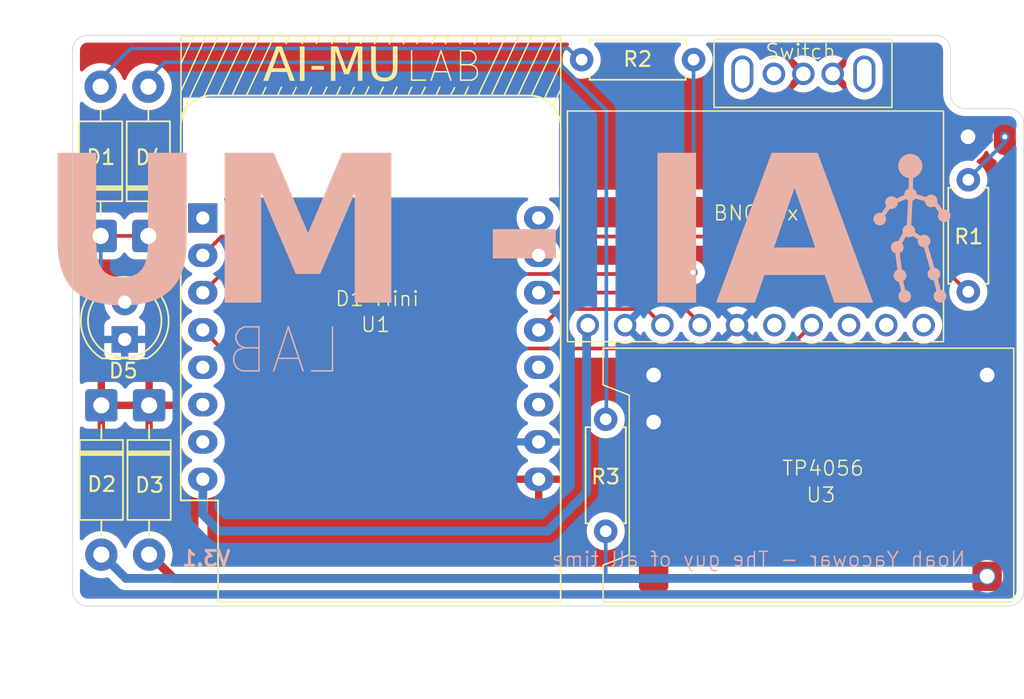
<source format=kicad_pcb>
(kicad_pcb (version 20241229) (generator "pcbnew") (generator_version "9.0")
  (layers (0 "F.Cu" signal) (2 "B.Cu" signal) (13 "F.Paste" user) (15 "B.Paste" user) (5 "F.SilkS" user "F.Silkscreen") (7 "B.SilkS" user "B.Silkscreen") (1 "F.Mask" user) (3 "B.Mask" user) (25 "Edge.Cuts" user))
  (net 0 "")
  (net 1 "GND")
  (net 3 "/INT")
  (net 5 "/SCL")
  (net 8 "Net-(U1-A0)")
  (net 9 "Net-(D1-A)")
  (net 12 "/SDA")
  (net 14 "/IN+")
  (net 15 "+5V")
  (net 16 "/OUT+")
  (net 17 "/GP_LED")
  (net 18 "/B+")
  (net 19 "/5V_SW")
  (net 20 "+3.3V")
  (net 25 "/PWR_LED")
  (net 26 "Net-(U1-D0)")
  (footprint "Diode_THT:D_DO-41_SOD81_P10.16mm_Horizontal" (layer "F.Cu") (at 128.25 109.32 -90)
    (property "Reference" "D3" (at 5.43 -0.03 180) (layer "F.SilkS"))
    (property "Value" "1N5817")
    (fp_line (start 1.34 0) (end 2.36 0) (stroke (width 0.12)) (layer "F.SilkS"))
    (fp_line (start 8.82 0) (end 7.8 0) (stroke (width 0.12)) (layer "F.SilkS"))
    (fp_line (start 3.14 -1.47) (end 3.14 1.47) (stroke (width 0.12)) (layer "F.SilkS"))
    (fp_line (start 3.26 -1.47) (end 3.26 1.47) (stroke (width 0.12)) (layer "F.SilkS"))
    (fp_line (start 3.38 -1.47) (end 3.38 1.47) (stroke (width 0.12)) (layer "F.SilkS"))
    (fp_rect (start 2.36 -1.47) (end 7.8 1.47) (stroke (width 0.12)) (fill no) (layer "F.SilkS"))
    (pad "1" thru_hole roundrect (at 0 0 270) (size 2.2 2.2) (drill 1.1) (layers "*.Cu" "*.Mask") (roundrect_rratio 0.113636) (net 15 "+5V"))
    (pad "2" thru_hole circle (at 10.16 0 270) (size 2.2 2.2) (drill 1.1) (layers "*.Cu" "*.Mask") (net 16 "/OUT+"))
  )
  (footprint "Resistor_THT:R_Axial_DIN0207_L6.3mm_D2.5mm_P7.62mm_Horizontal" (layer "F.Cu") (at 165.31 85.79 180)
    (property "Reference" "R2" (at 3.81 0.03 0) (layer "F.SilkS"))
    (property "Value" "200R")
    (fp_line (start 7.08 1.37) (end 7.08 1.04) (stroke (width 0.12)) (layer "F.SilkS"))
    (fp_line (start 7.08 -1.37) (end 7.08 -1.04) (stroke (width 0.12)) (layer "F.SilkS"))
    (fp_line (start 0.54 1.37) (end 7.08 1.37) (stroke (width 0.12)) (layer "F.SilkS"))
    (fp_line (start 0.54 1.04) (end 0.54 1.37) (stroke (width 0.12)) (layer "F.SilkS"))
    (fp_line (start 0.54 -1.04) (end 0.54 -1.37) (stroke (width 0.12)) (layer "F.SilkS"))
    (fp_line (start 0.54 -1.37) (end 7.08 -1.37) (stroke (width 0.12)) (layer "F.SilkS"))
    (pad "1" thru_hole circle (at 0 0 180) (size 1.6 1.6) (drill 0.8) (layers "*.Cu" "*.Mask") (net 26 "Net-(U1-D0)"))
    (pad "2" thru_hole circle (at 7.62 0 180) (size 1.6 1.6) (drill 0.8) (layers "*.Cu" "*.Mask") (net 9 "Net-(D1-A)"))
  )
  (footprint "Custom_Footprint_Library:TP4056_Board" (layer "F.Cu") (at 166.77 129.08)
    (property "Reference" "U3" (at 7.205 -13.655 0) (layer "F.SilkS") (effects (font (thickness 0.1))))
    (property "Value" "~" (hide yes))
    (fp_line (start -7.62 -23.65) (end -7.62 -21.15) (stroke (width 0.1)) (layer "F.SilkS"))
    (fp_line (start -7.62 -23.65) (end 20.33 -23.65) (stroke (width 0.1)) (layer "F.SilkS"))
    (fp_line (start -7.62 -21.15) (end -5.84 -20.45) (stroke (width 0.1)) (layer "F.SilkS"))
    (fp_line (start -7.62 -8.88) (end -7.62 -6.38) (stroke (width 0.1)) (layer "F.SilkS"))
    (fp_line (start -7.62 -6.38) (end 20.33 -6.38) (stroke (width 0.1)) (layer "F.SilkS"))
    (fp_line (start -5.84 -20.45) (end -5.84 -9.58) (stroke (width 0.1)) (layer "F.SilkS"))
    (fp_line (start -5.84 -9.58) (end -7.62 -8.88) (stroke (width 0.1)) (layer "F.SilkS"))
    (fp_line (start 20.33 -23.65) (end 20.33 -6.38) (stroke (width 0.1)) (layer "F.SilkS"))
    (fp_text user "TP4056" (at 4.5 -14.89 0) (layer "F.SilkS") (effects (font (thickness 0.1)) (justify left bottom)))
    (pad "1" smd roundrect (at -4.18 -8.12) (size 2 2) (layers "F.Cu" "F.Mask" "F.Paste") (roundrect_rratio 0.15) (net 16 "/OUT+"))
    (pad "2" smd roundrect (at -4.18 -11.32) (size 2 2) (layers "F.Cu" "F.Mask" "F.Paste") (roundrect_rratio 0.15) (net 18 "/B+"))
    (pad "3" smd roundrect (at -4.18 -18.62) (size 2 2) (layers "F.Cu" "F.Mask" "F.Paste") (roundrect_rratio 0.15) (net 1 "GND"))
    (pad "4" smd roundrect (at -4.18 -21.82) (size 2 2) (layers "F.Cu" "F.Mask" "F.Paste") (roundrect_rratio 0.15) (net 1 "GND"))
    (pad "5" smd roundrect (at 18.52 -8.12) (size 2 2) (layers "F.Cu" "F.Mask" "F.Paste") (roundrect_rratio 0.15) (net 14 "/IN+"))
    (pad "6" smd roundrect (at 18.52 -21.82) (size 2 2) (layers "F.Cu" "F.Mask" "F.Paste") (roundrect_rratio 0.15) (net 1 "GND"))
  )
  (footprint "RF_Module:WEMOS_D1_mini_light" (layer "F.Cu") (at 131.905 96.57)
    (property "Reference" "U1" (hide yes))
    (property "Value" "WEMOS_D1_mini" (hide yes))
    (fp_line (start -1.5 19.22) (end -1.5 -6.21) (stroke (width 0.12)) (layer "F.SilkS"))
    (fp_line (start -1.5 19.22) (end 1.04 19.22) (stroke (width 0.12)) (layer "F.SilkS"))
    (fp_line (start 1.04 19.22) (end 1.04 26.12) (stroke (width 0.12)) (layer "F.SilkS"))
    (fp_line (start 1.04 26.12) (end 24.36 26.12) (stroke (width 0.12)) (layer "F.SilkS"))
    (fp_line (start 22.24 -8.34) (end 0.63 -8.34) (stroke (width 0.12)) (layer "F.SilkS"))
    (fp_line (start 24.36 26.12) (end 24.36 -6.21) (stroke (width 0.12)) (layer "F.SilkS"))
    (fp_arc (start -1.5 -6.21) (mid -0.876137 -7.716137) (end 0.63 -8.34) (stroke (width 0.12)) (layer "F.SilkS"))
    (fp_arc (start 22.23 -8.34) (mid 23.736137 -7.716137) (end 24.36 -6.21) (stroke (width 0.12)) (layer "F.SilkS"))
    (fp_poly (pts (xy -2.54 -0.635) (xy -2.54 0.635) (xy -1.905 0)) (stroke (width 0.15)) (fill yes) (layer "F.SilkS"))
    (pad "1" thru_hole rect (at 0 0) (size 2 2) (drill 0.9) (layers "*.Cu" "*.Mask"))
    (pad "2" thru_hole oval (at 0 2.54) (size 2 1.6) (drill 0.9) (layers "*.Cu" "*.Mask") (net 8 "Net-(U1-A0)"))
    (pad "3" thru_hole oval (at 0 5.08) (size 2 1.6) (drill 0.9) (layers "*.Cu" "*.Mask") (net 26 "Net-(U1-D0)"))
    (pad "4" thru_hole oval (at 0 7.62) (size 2 1.6) (drill 0.9) (layers "*.Cu" "*.Mask") (net 3 "/INT"))
    (pad "5" thru_hole oval (at 0 10.16) (size 2 1.6) (drill 0.9) (layers "*.Cu" "*.Mask"))
    (pad "6" thru_hole oval (at 0 12.7) (size 2 1.6) (drill 0.9) (layers "*.Cu" "*.Mask"))
    (pad "7" thru_hole oval (at 0 15.24) (size 2 1.6) (drill 0.9) (layers "*.Cu" "*.Mask"))
    (pad "8" thru_hole oval (at 0 17.78) (size 2 1.6) (drill 0.9) (layers "*.Cu" "*.Mask") (net 20 "+3.3V"))
    (pad "9" thru_hole oval (at 22.86 17.78) (size 2 1.6) (drill 0.9) (layers "*.Cu" "*.Mask") (net 19 "/5V_SW"))
    (pad "10" thru_hole oval (at 22.86 15.24) (size 2 1.6) (drill 0.9) (layers "*.Cu" "*.Mask") (net 1 "GND"))
    (pad "11" thru_hole oval (at 22.86 12.7) (size 2 1.6) (drill 0.9) (layers "*.Cu" "*.Mask"))
    (pad "12" thru_hole oval (at 22.86 10.16) (size 2 1.6) (drill 0.9) (layers "*.Cu" "*.Mask"))
    (pad "13" thru_hole oval (at 22.86 7.62) (size 2 1.6) (drill 0.9) (layers "*.Cu" "*.Mask") (net 5 "/SCL"))
    (pad "14" thru_hole oval (at 22.86 5.08) (size 2 1.6) (drill 0.9) (layers "*.Cu" "*.Mask") (net 12 "/SDA"))
    (pad "15" thru_hole oval (at 22.86 2.54) (size 2 1.6) (drill 0.9) (layers "*.Cu" "*.Mask"))
    (pad "16" thru_hole oval (at 22.86 0) (size 2 1.6) (drill 0.9) (layers "*.Cu" "*.Mask"))
    (zone (net 0) (net_name "") (layers "F.Cu" "B.Cu" "Dwgs.User") (name "No Copper") (connect_pads (clearance 0)) (min_thickness 0.25)
      (keepout (tracks not_allowed) (vias not_allowed) (pads not_allowed) (copperpour not_allowed) (footprints not_allowed))
      (fill (thermal_gap 0.5) (thermal_bridge_width 0.5))
      (polygon (pts (xy 130.555 88.37) (xy 156.155 88.37) (xy 156.155 95.17) (xy 130.555 95.17)))
    )
  )
  (footprint "Custom_Footprint_Library:BNO08x_Board" (layer "F.Cu") (at 158.11 103.86 90)
    (property "Reference" "U2" (at 5.63 11.56 0) (layer "F.SilkS") (effects (font (thickness 0.1))))
    (property "Value" "~")
    (fp_rect (start -1.13 -1.39) (end 14.57 24.21) (stroke (width 0.1)) (fill no) (layer "F.SilkS"))
    (fp_text user "BNO08x" (at 7.04 8.48 0) (layer "F.SilkS") (effects (font (thickness 0.1)) (justify left bottom)))
    (pad "1" thru_hole circle (at 0 0 90) (size 1.53 1.53) (drill 1) (layers "*.Cu" "*.Mask") (net 20 "+3.3V"))
    (pad "2" thru_hole circle (at 0 2.54 90) (size 1.53 1.53) (drill 1) (layers "*.Cu" "*.Mask") (net 1 "GND"))
    (pad "3" thru_hole circle (at 0 5.08 90) (size 1.53 1.53) (drill 1) (layers "*.Cu" "*.Mask") (net 5 "/SCL"))
    (pad "4" thru_hole circle (at 0 7.62 90) (size 1.53 1.53) (drill 1) (layers "*.Cu" "*.Mask") (net 12 "/SDA"))
    (pad "5" thru_hole circle (at 0 10.16 90) (size 1.53 1.53) (drill 1) (layers "*.Cu" "*.Mask") (net 1 "GND"))
    (pad "6" thru_hole circle (at 0 12.7 90) (size 1.53 1.53) (drill 1) (layers "*.Cu" "*.Mask"))
    (pad "7" thru_hole circle (at 0 15.24 90) (size 1.53 1.53) (drill 1) (layers "*.Cu" "*.Mask") (net 3 "/INT"))
    (pad "8" thru_hole circle (at 0 17.78 90) (size 1.53 1.53) (drill 1) (layers "*.Cu" "*.Mask"))
    (pad "9" thru_hole circle (at 0 20.32 90) (size 1.53 1.53) (drill 1) (layers "*.Cu" "*.Mask"))
    (pad "10" thru_hole circle (at 0 22.86 90) (size 1.53 1.53) (drill 1) (layers "*.Cu" "*.Mask"))
  )
  (footprint "LED_THT:LED_D5.0mm_Clear" (layer "F.Cu") (at 126.59 104.835 90)
    (property "Reference" "D5" (at -2.135 -0.1 180) (layer "F.SilkS"))
    (property "Value" "LED")
    (fp_line (start -1.29 -1.545) (end -1.29 1.545) (stroke (width 0.12)) (layer "F.SilkS"))
    (fp_arc (start -1.29 -1.54483) (mid 2.071779 -2.880495) (end 4.26 0) (stroke (width 0.12)) (layer "F.SilkS"))
    (fp_arc (start 4.26 0) (mid 2.071779 2.880495) (end -1.29 1.54483) (stroke (width 0.12)) (layer "F.SilkS"))
    (fp_circle (center 1.27 0) (end 3.77 0) (stroke (width 0.12)) (fill no) (layer "F.SilkS"))
    (pad "1" thru_hole rect (at 0 0 90) (size 1.8 1.8) (drill 0.9) (layers "*.Cu" "*.Mask") (net 1 "GND"))
    (pad "2" thru_hole circle (at 2.54 0 90) (size 1.8 1.8) (drill 0.9) (layers "*.Cu" "*.Mask") (net 17 "/GP_LED"))
  )
  (footprint "Diode_THT:D_DO-41_SOD81_P10.16mm_Horizontal" (layer "F.Cu") (at 124.95 97.79 90)
    (property "Reference" "D1" (at 5.35 0.02 180) (layer "F.SilkS"))
    (property "Value" "1N5817")
    (fp_line (start 3.38 -1.47) (end 3.38 1.47) (stroke (width 0.12)) (layer "F.SilkS"))
    (fp_line (start 3.26 -1.47) (end 3.26 1.47) (stroke (width 0.12)) (layer "F.SilkS"))
    (fp_line (start 3.14 -1.47) (end 3.14 1.47) (stroke (width 0.12)) (layer "F.SilkS"))
    (fp_line (start 8.82 0) (end 7.8 0) (stroke (width 0.12)) (layer "F.SilkS"))
    (fp_line (start 1.34 0) (end 2.36 0) (stroke (width 0.12)) (layer "F.SilkS"))
    (fp_rect (start 2.36 -1.47) (end 7.8 1.47) (stroke (width 0.12)) (fill no) (layer "F.SilkS"))
    (pad "1" thru_hole roundrect (at 0 0 90) (size 2.2 2.2) (drill 1.1) (layers "*.Cu" "*.Mask") (roundrect_rratio 0.113636) (net 17 "/GP_LED"))
    (pad "2" thru_hole circle (at 10.16 0 90) (size 2.2 2.2) (drill 1.1) (layers "*.Cu" "*.Mask") (net 9 "Net-(D1-A)"))
  )
  (footprint "Diode_THT:D_DO-41_SOD81_P10.16mm_Horizontal" (layer "F.Cu") (at 125 109.32 -90)
    (property "Reference" "D2" (at 5.37 -0.02 180) (layer "F.SilkS"))
    (property "Value" "1N5817")
    (fp_line (start 1.34 0) (end 2.36 0) (stroke (width 0.12)) (layer "F.SilkS"))
    (fp_line (start 8.82 0) (end 7.8 0) (stroke (width 0.12)) (layer "F.SilkS"))
    (fp_line (start 3.14 -1.47) (end 3.14 1.47) (stroke (width 0.12)) (layer "F.SilkS"))
    (fp_line (start 3.26 -1.47) (end 3.26 1.47) (stroke (width 0.12)) (layer "F.SilkS"))
    (fp_line (start 3.38 -1.47) (end 3.38 1.47) (stroke (width 0.12)) (layer "F.SilkS"))
    (fp_rect (start 2.36 -1.47) (end 7.8 1.47) (stroke (width 0.12)) (fill no) (layer "F.SilkS"))
    (pad "1" thru_hole roundrect (at 0 0 270) (size 2.2 2.2) (drill 1.1) (layers "*.Cu" "*.Mask") (roundrect_rratio 0.113636) (net 15 "+5V"))
    (pad "2" thru_hole circle (at 10.16 0 270) (size 2.2 2.2) (drill 1.1) (layers "*.Cu" "*.Mask") (net 14 "/IN+"))
  )
  (footprint "Resistor_THT:R_Axial_DIN0207_L6.3mm_D2.5mm_P7.62mm_Horizontal" (layer "F.Cu") (at 184.01 101.59 90)
    (property "Reference" "R1" (at 3.75 0.019999 0) (layer "F.SilkS"))
    (property "Value" "180R")
    (fp_line (start 7.08 -1.37) (end 7.08 -1.04) (stroke (width 0.12)) (layer "F.SilkS"))
    (fp_line (start 0.54 -1.37) (end 7.08 -1.37) (stroke (width 0.12)) (layer "F.SilkS"))
    (fp_line (start 0.54 -1.04) (end 0.54 -1.37) (stroke (width 0.12)) (layer "F.SilkS"))
    (fp_line (start 0.54 1.04) (end 0.54 1.37) (stroke (width 0.12)) (layer "F.SilkS"))
    (fp_line (start 7.08 1.37) (end 7.08 1.04) (stroke (width 0.12)) (layer "F.SilkS"))
    (fp_line (start 0.54 1.37) (end 7.08 1.37) (stroke (width 0.12)) (layer "F.SilkS"))
    (pad "1" thru_hole circle (at 0 0 90) (size 1.6 1.6) (drill 0.8) (layers "*.Cu" "*.Mask") (net 8 "Net-(U1-A0)"))
    (pad "2" thru_hole circle (at 7.62 0 90) (size 1.6 1.6) (drill 0.8) (layers "*.Cu" "*.Mask") (net 18 "/B+"))
  )
  (footprint "Custom_Footprint_Library:Battery_Connector" (layer "F.Cu") (at 179.49 92.04 -90)
    (property "Reference" "U4" (hide yes))
    (property "Value" "~" (hide yes))
    (pad "1" smd oval (at -1 -7 270) (size 2.5 1.5) (layers "F.Cu" "F.Mask" "F.Paste") (net 18 "/B+"))
    (pad "2" smd oval (at -1 -4.5 270) (size 2.5 1.5) (layers "F.Cu" "F.Mask" "F.Paste") (net 1 "GND"))
  )
  (footprint "Resistor_THT:R_Axial_DIN0207_L6.3mm_D2.5mm_P7.62mm_Horizontal" (layer "F.Cu") (at 159.33 117.89 90)
    (property "Reference" "R3" (at 3.71 -0.01 180) (layer "F.SilkS"))
    (property "Value" "1k")
    (fp_line (start 7.08 -1.37) (end 7.08 -1.04) (stroke (width 0.12)) (layer "F.SilkS"))
    (fp_line (start 0.54 -1.37) (end 7.08 -1.37) (stroke (width 0.12)) (layer "F.SilkS"))
    (fp_line (start 0.54 -1.04) (end 0.54 -1.37) (stroke (width 0.12)) (layer "F.SilkS"))
    (fp_line (start 0.54 1.04) (end 0.54 1.37) (stroke (width 0.12)) (layer "F.SilkS"))
    (fp_line (start 7.08 1.37) (end 7.08 1.04) (stroke (width 0.12)) (layer "F.SilkS"))
    (fp_line (start 0.54 1.37) (end 7.08 1.37) (stroke (width 0.12)) (layer "F.SilkS"))
    (pad "1" thru_hole circle (at 0 0 90) (size 1.6 1.6) (drill 0.8) (layers "*.Cu" "*.Mask") (net 14 "/IN+"))
    (pad "2" thru_hole circle (at 7.62 0 90) (size 1.6 1.6) (drill 0.8) (layers "*.Cu" "*.Mask") (net 25 "/PWR_LED"))
  )
  (footprint "Diode_THT:D_DO-41_SOD81_P10.16mm_Horizontal" (layer "F.Cu") (at 128.2 97.79 90)
    (property "Reference" "D4" (at 5.34 0.1 180) (layer "F.SilkS"))
    (property "Value" "1N5817")
    (fp_line (start 3.38 -1.47) (end 3.38 1.47) (stroke (width 0.12)) (layer "F.SilkS"))
    (fp_line (start 3.26 -1.47) (end 3.26 1.47) (stroke (width 0.12)) (layer "F.SilkS"))
    (fp_line (start 3.14 -1.47) (end 3.14 1.47) (stroke (width 0.12)) (layer "F.SilkS"))
    (fp_line (start 8.82 0) (end 7.8 0) (stroke (width 0.12)) (layer "F.SilkS"))
    (fp_line (start 1.34 0) (end 2.36 0) (stroke (width 0.12)) (layer "F.SilkS"))
    (fp_rect (start 2.36 -1.47) (end 7.8 1.47) (stroke (width 0.12)) (fill no) (layer "F.SilkS"))
    (pad "1" thru_hole roundrect (at 0 0 90) (size 2.2 2.2) (drill 1.1) (layers "*.Cu" "*.Mask") (roundrect_rratio 0.113636) (net 17 "/GP_LED"))
    (pad "2" thru_hole circle (at 10.16 0 90) (size 2.2 2.2) (drill 1.1) (layers "*.Cu" "*.Mask") (net 25 "/PWR_LED"))
  )
  (footprint "Custom_Footprint_Library:SK12DO7_Switch" (layer "F.Cu") (at 181.28 85.26 90)
    (property "Reference" "SW1" (hide yes))
    (property "Value" "SW_SPST")
    (fp_rect (start -3.78 -14.58) (end 0.85 -2.47) (stroke (width 0.1)) (fill no) (layer "F.SilkS"))
    (fp_text user "Switch" (at -0.57 -11.16 0) (layer "F.SilkS") (effects (font (thickness 0.1)) (justify left bottom)))
    (pad "1" thru_hole circle (at -1.5 -8.5 90) (size 1.53 1.53) (drill 1) (layers "*.Cu" "*.Mask") (net 15 "+5V"))
    (pad "2" thru_hole circle (at -1.5 -10.5 90) (size 1.53 1.53) (drill 1) (layers "*.Cu" "*.Mask"))
    (pad "3" thru_hole oval (at -1.5 -12.65 90) (size 2.5 1.5) (drill oval 2 1) (layers "*.Cu" "*.Mask"))
    (pad "4" thru_hole circle (at -1.5 -6.5 90) (size 1.53 1.53) (drill 1) (layers "*.Cu" "*.Mask") (net 19 "/5V_SW"))
    (pad "5" thru_hole oval (at -1.5 -4.35 90) (size 2.5 1.5) (drill oval 2 1) (layers "*.Cu" "*.Mask"))
  )
  (gr_line (start 135.93 88.23) (end 136.19 87.68) (stroke (width 0.1)) (layer "F.SilkS"))
  (gr_line (start 151.54 88.23) (end 153.40705 84.21) (stroke (width 0.1)) (layer "F.SilkS"))
  (gr_line (start 136.526208 84.704999) (end 136.75763 84.210001) (stroke (width 0.1)) (layer "F.SilkS"))
  (gr_line (start 140.0725 88.2325) (end 140.347618 87.655) (stroke (width 0.1)) (layer "F.SilkS"))
  (gr_line (start 150.6625 88.2025) (end 150.91 87.66) (stroke (width 0.1)) (layer "F.SilkS"))
  (gr_line (start 131.968277 88.306777) (end 133.883605 84.21) (stroke (width 0.1)) (layer "F.SilkS"))
  (gr_line (start 146.49 84.7) (end 146.717073 84.21) (stroke (width 0.1)) (layer "F.SilkS"))
  (gr_line (start 130.429803 84.21) (end 130.405 91.77) (stroke (width 0.1)) (layer "F.SilkS"))
  (gr_line (start 148.7925 88.1825) (end 149.05 87.69) (stroke (width 0.1)) (layer "F.SilkS"))
  (gr_line (start 130.41 89.67) (end 132.96 84.21) (stroke (width 0.1)) (layer "F.SilkS"))
  (gr_line (start 141.72 84.68) (end 141.951347 84.21) (stroke (width 0.1)) (layer "F.SilkS"))
  (gr_line (start 134.87 88.24) (end 136.526208 84.704999) (stroke (width 0.1)) (layer "F.SilkS"))
  (gr_line (start 154.275383 88.234632) (end 156.156981 84.21) (stroke (width 0.1)) (layer "F.SilkS"))
  (gr_line (start 144.605558 84.705) (end 144.836981 84.21) (stroke (width 0.1)) (layer "F.SilkS"))
  (gr_line (start 152.42 88.21) (end 154.286998 84.21) (stroke (width 0.1)) (layer "F.SilkS"))
  (gr_line (start 137.997548 88.23) (end 138.26 87.68) (stroke (width 0.1)) (layer "F.SilkS"))
  (gr_line (start 143.9225 88.2125) (end 144.183143 87.654999) (stroke (width 0.1)) (layer "F.SilkS"))
  (gr_line (start 139.64 84.69) (end 139.881171 84.21) (stroke (width 0.1)) (layer "F.SilkS"))
  (gr_line (start 149.7125 88.2325) (end 149.982493 87.655) (stroke (width 0.1)) (layer "F.SilkS"))
  (gr_line (start 148.425558 84.705) (end 148.656981 84.21) (stroke (width 0.1)) (layer "F.SilkS"))
  (gr_line (start 147.8025 88.1825) (end 148.04 87.66) (stroke (width 0.1)) (layer "F.SilkS"))
  (gr_line (start 155.14 88.47) (end 156.2675 86.0575) (stroke (width 0.1)) (layer "F.SilkS"))
  (gr_line (start 145.8725 88.2025) (end 146.13 87.66) (stroke (width 0.1)) (layer "F.SilkS"))
  (gr_line (start 138.67 84.7) (end 138.888545 84.209999) (stroke (width 0.1)) (layer "F.SilkS"))
  (gr_line (start 140.696857 84.705) (end 140.92828 84.21) (stroke (width 0.1)) (layer "F.SilkS"))
  (gr_line (start 147.52 84.69) (end 147.746866 84.21) (stroke (width 0.1)) (layer "F.SilkS"))
  (gr_line (start 130.43 84.21) (end 156.27 84.21) (stroke (width 0.1)) (layer "F.SilkS"))
  (gr_line (start 142.65 84.68) (end 142.89619 84.21) (stroke (width 0.1)) (layer "F.SilkS"))
  (gr_line (start 146.7925 88.1825) (end 147.04 87.66) (stroke (width 0.1)) (layer "F.SilkS"))
  (gr_line (start 156.27 90.41) (end 156.27 84.22) (stroke (width 0.1)) (layer "F.SilkS"))
  (gr_line (start 153.357548 88.23) (end 155.236981 84.21) (stroke (width 0.1)) (layer "F.SilkS"))
  (gr_line (start 145.565558 84.705) (end 145.796981 84.21) (stroke (width 0.1)) (layer "F.SilkS"))
  (gr_line (start 137 88.22) (end 137.257719 87.655) (stroke (width 0.1)) (layer "F.SilkS"))
  (gr_line (start 150.405558 84.705) (end 150.636981 84.21) (stroke (width 0.1)) (layer "F.SilkS"))
  (gr_line (start 130.415 87.955) (end 132.115486 84.21) (stroke (width 0.1)) (layer "F.SilkS"))
  (gr_line (start 137.57233 84.705) (end 137.803032 84.21) (stroke (width 0.1)) (layer "F.SilkS"))
  (gr_line (start 139.0525 88.2225) (end 139.31 87.66) (stroke (width 0.1)) (layer "F.SilkS"))
  (gr_line (start 130.4275 86.0425) (end 131.260673 84.210001) (stroke (width 0.1)) (layer "F.SilkS"))
  (gr_line (start 150.91 87.668631) (end 152.526981 84.21) (stroke (width 0.1)) (layer "F.SilkS"))
  (gr_line (start 142.9325 88.2325) (end 143.202493 87.655) (stroke (width 0.1)) (layer "F.SilkS"))
  (gr_line (start 155.74 88.94) (end 156.2575 87.8275) (stroke (width 0.1)) (layer "F.SilkS"))
  (gr_line (start 132.945024 88.23) (end 134.824457 84.21) (stroke (width 0.1)) (layer "F.SilkS"))
  (gr_line (start 135.536208 84.704999) (end 135.76763 84.21) (stroke (width 0.1)) (layer "F.SilkS"))
  (gr_line (start 151.36 84.69) (end 151.586866 84.209999) (stroke (width 0.1)) (layer "F.SilkS"))
  (gr_line (start 144.8525 88.2125) (end 145.113143 87.654999) (stroke (width 0.1)) (layer "F.SilkS"))
  (gr_line (start 141.9425 88.2325) (end 142.2 87.68) (stroke (width 0.1)) (layer "F.SilkS"))
  (gr_line (start 149.42 84.7) (end 149.656634 84.21) (stroke (width 0.1)) (layer "F.SilkS"))
  (gr_line (start 143.595558 84.705) (end 143.826981 84.21) (stroke (width 0.1)) (layer "F.SilkS"))
  (gr_line (start 133.9125 88.2025) (end 135.536208 84.704999) (stroke (width 0.1)) (layer "F.SilkS"))
  (gr_line (start 141.0025 88.2325) (end 141.272493 87.655) (stroke (width 0.1)) (layer "F.SilkS"))
  (gr_circle (center 180.06 93.031038) (end 180.1 92.261038) (stroke (width 0.1)) (fill yes) (layer "B.SilkS"))
  (gr_circle (center 178.78 95.52) (end 178.75 95.14) (stroke (width 0.1)) (fill yes) (layer "B.SilkS"))
  (gr_circle (center 182.08 101.89) (end 182.05 101.51) (stroke (width 0.1)) (fill yes) (layer "B.SilkS"))
  (gr_line (start 181.6 95.36) (end 182.37 96.42) (stroke (width 0.3)) (layer "B.SilkS"))
  (gr_circle (center 179.678818 101.898818) (end 179.648818 101.518818) (stroke (width 0.1)) (fill yes) (layer "B.SilkS"))
  (gr_line (start 181.69 100.295) (end 182.08 101.93) (stroke (width 0.3)) (layer "B.SilkS"))
  (gr_line (start 180.08 94.98) (end 178.74 95.57) (stroke (width 0.3)) (layer "B.SilkS"))
  (gr_circle (center 179.958508 97.45) (end 179.928508 97.07) (stroke (width 0.1)) (fill yes) (layer "B.SilkS"))
  (gr_line (start 181.02 98.155) (end 181.67 100.39) (stroke (width 0.3)) (layer "B.SilkS"))
  (gr_line (start 179.36 100.57) (end 179.68 101.97) (stroke (width 0.3)) (layer "B.SilkS"))
  (gr_line (start 180.12 93.41) (end 180.08 94.98) (stroke (width 0.3)) (layer "B.SilkS"))
  (gr_circle (center 177.98 96.64) (end 177.95 96.26) (stroke (width 0.1)) (fill yes) (layer "B.SilkS"))
  (gr_circle (center 180.08 94.98) (end 180.05 94.6) (stroke (width 0.1)) (fill yes) (layer "B.SilkS"))
  (gr_circle (center 179.358818 100.49) (end 179.328818 100.11) (stroke (width 0.1)) (fill yes) (layer "B.SilkS"))
  (gr_circle (center 179.17 98.57) (end 179.14 98.19) (stroke (width 0.1)) (fill yes) (layer "B.SilkS"))
  (gr_circle (center 182.37 96.42) (end 182.34 96.04) (stroke (width 0.1)) (fill yes) (layer "B.SilkS"))
  (gr_line (start 180.08 94.98) (end 179.958508 97.33) (stroke (width 0.3)) (layer "B.SilkS"))
  (gr_line (start 179.86 97.355) (end 179.17 98.57) (stroke (width 0.3)) (layer "B.SilkS"))
  (gr_line (start 181.5 95.405) (end 180.16 95.02) (stroke (width 0.3)) (layer "B.SilkS"))
  (gr_circle (center 181.67 100.39) (end 181.64 100.01) (stroke (width 0.1)) (fill yes) (layer "B.SilkS"))
  (gr_line (start 178.81 95.49) (end 177.98 96.64) (stroke (width 0.3)) (layer "B.SilkS"))
  (gr_circle (center 181 98.14) (end 180.97 97.76) (stroke (width 0.1)) (fill yes) (layer "B.SilkS"))
  (gr_circle (center 181.48 95.41) (end 181.45 95.03) (stroke (width 0.1)) (fill yes) (layer "B.SilkS"))
  (gr_line (start 179.15 98.64) (end 179.4 100.64) (stroke (width 0.3)) (layer "B.SilkS"))
  (gr_line (start 180.1 97.53) (end 181 98.14) (stroke (width 0.3)) (layer "B.SilkS"))
  (gr_line (start 124.07 84.13) (end 181.76 84.13) (stroke (width 0.05)) (layer "Edge.Cuts"))
  (gr_arc (start 183.82 89.13) (mid 183.09168 88.82832) (end 182.79 88.1) (stroke (width 0.05)) (layer "Edge.Cuts"))
  (gr_arc (start 123.04 85.16) (mid 123.34168 84.43168) (end 124.07 84.13) (stroke (width 0.05)) (layer "Edge.Cuts"))
  (gr_line (start 123.04 85.16) (end 123.04 121.95) (stroke (width 0.05)) (layer "Edge.Cuts"))
  (gr_arc (start 181.76 84.13) (mid 182.48832 84.43168) (end 182.79 85.16) (stroke (width 0.05)) (layer "Edge.Cuts"))
  (gr_line (start 124.07 122.98) (end 186.76 122.98) (stroke (width 0.05)) (layer "Edge.Cuts"))
  (gr_line (start 182.79 85.16) (end 182.79 88.1) (stroke (width 0.05)) (layer "Edge.Cuts"))
  (gr_arc (start 186.76 89.13) (mid 187.48832 89.43168) (end 187.79 90.16) (stroke (width 0.05)) (layer "Edge.Cuts"))
  (gr_line (start 187.79 90.16) (end 187.79 121.95) (stroke (width 0.05)) (layer "Edge.Cuts"))
  (gr_line (start 183.82 89.13) (end 186.76 89.13) (stroke (width 0.05)) (layer "Edge.Cuts"))
  (gr_arc (start 187.79 121.95) (mid 187.48832 122.67832) (end 186.76 122.98) (stroke (width 0.05)) (layer "Edge.Cuts"))
  (gr_arc (start 124.07 122.98) (mid 123.34168 122.67832) (end 123.04 121.95) (stroke (width 0.05)) (layer "Edge.Cuts"))
  (gr_text "AI-MU" (at 135.995 87.625 0) (layer "F.SilkS") (effects (font (size 2.3 2.3) (thickness 0.375)) (justify left bottom)))
  (gr_text "D1 Mini" (at 140.85 102.65 0) (layer "F.SilkS") (effects (font (size 1 1) (thickness 0.1)) (justify left bottom)))
  (gr_text "U1\n" (at 143.66 103.83 0) (layer "F.SilkS") (effects (font (size 1 1) (thickness 0.1))))
  (gr_text "LAB" (at 145.575 87.435 0) (layer "F.SilkS") (effects (font (size 2 2) (thickness 0.1)) (justify left bottom)))
  (gr_text "AI - MU" (at 177.6 104.03 0) (layer "B.SilkS") (effects (font (size 10 10) (thickness 2) (bold yes)) (justify left bottom mirror)))
  (gr_text "V3.1" (at 133.89 120.33 0) (layer "B.SilkS") (effects (font (size 1 1) (thickness 0.2) (bold yes)) (justify left bottom mirror)))
  (gr_text "Noah Yacowar - The guy of all time" (at 183.89 120.38 0) (layer "B.SilkS") (effects (font (size 1 1) (thickness 0.1)) (justify left bottom mirror)))
  (gr_text "LAB" (at 141.51 107.35 0) (layer "B.SilkS") (effects (font (size 3 3) (thickness 0.1)) (justify left bottom mirror)))
  (via (at 183.99 91.04) (size 1.2) (drill 1) (layers "F.Cu" "B.Cu") (net 1))
  (via (at 162.59 110.46) (size 1.2) (drill 1) (layers "F.Cu" "B.Cu") (net 1))
  (via (at 162.59 107.26) (size 1.2) (drill 1) (layers "F.Cu" "B.Cu") (net 1))
  (via (at 185.29 107.26) (size 1.2) (drill 1) (layers "F.Cu" "B.Cu") (net 1))
  (segment (start 133.165 105.45) (end 131.905 104.19) (width 0.25) (layer "F.Cu") (net 3))
  (segment (start 173.35 103.86) (end 171.76 105.45) (width 0.25) (layer "F.Cu") (net 3))
  (segment (start 171.76 105.45) (end 133.165 105.45) (width 0.25) (layer "F.Cu") (net 3))
  (segment (start 162.099 102.769) (end 156.186 102.769) (width 0.25) (layer "F.Cu") (net 5))
  (segment (start 156.186 102.769) (end 154.765 104.19) (width 0.25) (layer "F.Cu") (net 5))
  (segment (start 163.19 103.86) (end 162.099 102.769) (width 0.25) (layer "F.Cu") (net 5))
  (segment (start 131.905 99.11) (end 133.185 97.83) (width 0.25) (layer "F.Cu") (net 8))
  (segment (start 183.81 101.45) (end 184.34 101.45) (width 0.25) (layer "F.Cu") (net 8))
  (segment (start 133.185 97.83) (end 180.19 97.83) (width 0.25) (layer "F.Cu") (net 8))
  (segment (start 180.19 97.83) (end 183.81 101.45) (width 0.25) (layer "F.Cu") (net 8))
  (segment (start 124.96 87.07) (end 124.96 87.51) (width 0.25) (layer "F.Cu") (net 9))
  (segment (start 156.77 85.03) (end 127 85.03) (width 0.25) (layer "B.Cu") (net 9))
  (segment (start 157.69 85.79) (end 157.53 85.79) (width 0.25) (layer "B.Cu") (net 9))
  (segment (start 157.53 85.79) (end 156.77 85.03) (width 0.25) (layer "B.Cu") (net 9))
  (segment (start 127 85.03) (end 124.96 87.07) (width 0.25) (layer "B.Cu") (net 9))
  (segment (start 165.845 103.845) (end 163.65 101.65) (width 0.25) (layer "F.Cu") (net 12))
  (segment (start 163.65 101.65) (end 154.765 101.65) (width 0.25) (layer "F.Cu") (net 12))
  (via (at 185.29 120.96) (size 1.2) (drill 1) (layers "F.Cu" "B.Cu") (net 14))
  (segment (start 159.25 121.1) (end 126.67 121.1) (width 0.6) (layer "B.Cu") (net 14))
  (segment (start 185.29 120.96) (end 185.29 121.02) (width 0.6) (layer "B.Cu") (net 14))
  (segment (start 159.33 118.23) (end 159.33 121.02) (width 0.25) (layer "B.Cu") (net 14))
  (segment (start 159.33 121.02) (end 159.25 121.1) (width 0.25) (layer "B.Cu") (net 14))
  (segment (start 126.67 121.1) (end 125.05 119.48) (width 0.6) (layer "B.Cu") (net 14))
  (segment (start 185.21 121.1) (end 159.25 121.1) (width 0.6) (layer "B.Cu") (net 14))
  (segment (start 185.29 121.02) (end 185.21 121.1) (width 0.6) (layer "B.Cu") (net 14))
  (segment (start 159.22 118.12) (end 159.33 118.23) (width 0.25) (layer "B.Cu") (net 14))
  (segment (start 162.6 121.01) (end 162.51 121.1) (width 0.6) (layer "F.Cu") (net 16))
  (segment (start 129.92 121.1) (end 128.3 119.48) (width 0.6) (layer "F.Cu") (net 16))
  (segment (start 162.51 121.1) (end 129.92 121.1) (width 0.6) (layer "F.Cu") (net 16))
  (segment (start 128.2 97.79) (end 124.95 97.79) (width 0.25) (layer "F.Cu") (net 17))
  (segment (start 124.96 100.4) (end 126.6 102.04) (width 0.25) (layer "B.Cu") (net 17))
  (segment (start 124.96 97.67) (end 124.96 100.4) (width 0.25) (layer "B.Cu") (net 17))
  (segment (start 186.84 91.39) (end 186.84 103.09) (width 0.8) (layer "F.Cu") (net 18))
  (segment (start 183.689 106.186792) (end 183.689 106.241) (width 0.8) (layer "F.Cu") (net 18))
  (segment (start 184.271 105.659) (end 184.216792 105.659) (width 0.8) (layer "F.Cu") (net 18))
  (segment (start 186.49 91.04) (end 186.84 91.39) (width 0.8) (layer "F.Cu") (net 18))
  (segment (start 184.216792 105.659) (end 183.689 106.186792) (width 0.8) (layer "F.Cu") (net 18))
  (segment (start 183.689 106.241) (end 172.12 117.81) (width 0.8) (layer "F.Cu") (net 18))
  (segment (start 172.12 117.81) (end 163.19 117.81) (width 0.8) (layer "F.Cu") (net 18))
  (segment (start 186.84 103.09) (end 184.271 105.659) (width 0.8) (layer "F.Cu") (net 18))
  (segment (start 163.19 117.81) (end 162.885 117.505) (width 0.8) (layer "F.Cu") (net 18))
  (via (at 186.49 91.04) (size 0.65) (drill 0.35) (layers "F.Cu" "B.Cu") (net 18))
  (segment (start 186.49 91.41) (end 183.94 93.96) (width 0.25) (layer "B.Cu") (net 18))
  (segment (start 186.49 91.04) (end 186.49 91.41) (width 0.25) (layer "B.Cu") (net 18))
  (segment (start 154.765 114.35) (end 154.7 114.35) (width 0.25) (layer "B.Cu") (net 19))
  (segment (start 158.03 104.04) (end 158.15 103.92) (width 0.6) (layer "F.Cu") (net 20))
  (segment (start 158.15 103.92) (end 158.5 103.92) (width 0.6) (layer "F.Cu") (net 20))
  (segment (start 155.38 117.88) (end 158.03 115.23) (width 0.6) (layer "B.Cu") (net 20))
  (segment (start 158.03 115.23) (end 158.03 104.04) (width 0.6) (layer "B.Cu") (net 20))
  (segment (start 131.905 114.35) (end 131.905 116.765) (width 0.6) (layer "B.Cu") (net 20))
  (segment (start 131.905 116.765) (end 133.02 117.88) (width 0.6) (layer "B.Cu") (net 20))
  (segment (start 133.02 117.88) (end 155.38 117.88) (width 0.6) (layer "B.Cu") (net 20))
  (segment (start 128.21 87.51) (end 128.21 87.07) (width 0.25) (layer "F.Cu") (net 25))
  (segment (start 159.33 110.39) (end 159.22 110.5) (width 0.25) (layer "F.Cu") (net 25))
  (segment (start 156.110001 85.970001) (end 159.37 89.23) (width 0.25) (layer "B.Cu") (net 25))
  (segment (start 128.21 87.07) (end 129.309999 85.970001) (width 0.25) (layer "B.Cu") (net 25))
  (segment (start 159.37 89.23) (end 159.37 110.35) (width 0.25) (layer "B.Cu") (net 25))
  (segment (start 159.37 110.35) (end 159.33 110.39) (width 0.25) (layer "B.Cu") (net 25))
  (segment (start 129.309999 85.970001) (end 156.110001 85.970001) (width 0.25) (layer "B.Cu") (net 25))
  (segment (start 133.175 100.38) (end 131.905 101.65) (width 0.25) (layer "F.Cu") (net 26))
  (segment (start 165.15 100.38) (end 133.175 100.38) (width 0.25) (layer "F.Cu") (net 26))
  (segment (start 165.26 100.27) (end 165.26 100.31) (width 0.25) (layer "F.Cu") (net 26))
  (via (at 165.26 100.27) (size 0.65) (drill 0.35) (layers "F.Cu" "B.Cu") (net 26))
  (segment (start 165.31 100.22) (end 165.26 100.27) (width 0.25) (layer "B.Cu") (net 26))
  (segment (start 165.31 85.79) (end 165.31 100.22) (width 0.25) (layer "B.Cu") (net 26))
  (segment (start 165.26 100.27) (end 165.15 100.38) (width 0.25) (layer "B.Cu") (net 26))
  (zone (net 15) (net_name "+5V") (layer "F.Cu") (priority 1) (connect_pads (clearance 0.5)) (min_thickness 0.25) (fill yes (thermal_gap 0.5) (thermal_bridge_width 0.5))
    (polygon (pts (xy 154.77 95.17) (xy 173.59 95.103654) (xy 173.59 84.13) (xy 124.07 84.13) (xy 123.88 84.15) (xy 123.64 84.22) (xy 123.42 84.35) (xy 123.3 84.48) (xy 123.18 84.62) (xy 123.08 84.86) (xy 123.04 85.07) (xy 123.04 121.94) (xy 123.05 122.12) (xy 123.12 122.34) (xy 123.28 122.62) (xy 123.51 122.82) (xy 123.78 122.94) (xy 124.02 122.98) (xy 131.61 122.98) (xy 131.61 102.671879) (xy 154.81 102.704917)))
  )
  (zone (net 19) (net_name "/5V_SW") (layer "F.Cu") (priority 2) (connect_pads (clearance 0.5)) (min_thickness 0.25) (fill yes (thermal_gap 0.5) (thermal_bridge_width 0.5))
    (polygon (pts (xy 173.99 84.13) (xy 173.99 95.102246) (xy 154.77 95.17) (xy 154.81 102.704917) (xy 132.22 102.672748) (xy 132.22 122.98) (xy 186.76 122.98) (xy 186.92 122.97) (xy 187.15 122.9) (xy 187.39 122.76) (xy 187.57 122.58) (xy 187.68 122.42) (xy 187.75 122.22) (xy 187.79 122.02) (xy 187.79 90.2) (xy 187.78 90.04) (xy 187.76 89.9) (xy 187.68 89.7) (xy 187.59 89.55) (xy 187.48 89.42) (xy 187.35 89.32) (xy 187.2 89.23) (xy 187.03 89.16) (xy 186.85 89.13) (xy 183.81 89.13) (xy 183.61 89.11) (xy 183.41 89.04) (xy 183.23 88.94) (xy 183.05 88.79) (xy 182.97 88.68) (xy 182.88 88.51) (xy 182.8 88.23) (xy 182.79 88.12) (xy 182.79 85.1) (xy 182.77 84.92) (xy 182.72 84.77) (xy 182.61 84.59) (xy 182.51 84.45) (xy 182.29 84.28) (xy 182.09 84.19) (xy 181.92 84.14) (xy 181.78 84.13)))
  )
  (zone (net 1) (net_name "GND") (layer "B.Cu") (connect_pads (clearance 0.5)) (min_thickness 0.25) (fill yes (thermal_gap 0.5) (thermal_bridge_width 0.5))
    (polygon (pts (xy 124.07 84.16) (xy 123.97 84.16) (xy 123.88 84.17) (xy 123.78 84.2) (xy 123.71 84.22) (xy 123.49 84.33) (xy 123.44 84.38) (xy 123.36 84.45) (xy 123.29 84.52) (xy 123.23 84.61) (xy 123.19 84.68) (xy 123.14 84.78) (xy 123.11 84.87) (xy 123.08 84.97) (xy 123.07 85.07) (xy 123.06 85.16) (xy 123.06 121.94) (xy 123.07 122.05) (xy 123.09 122.17) (xy 123.12 122.28) (xy 123.16 122.37) (xy 123.19 122.43) (xy 123.28 122.57) (xy 123.39 122.69) (xy 123.52 122.79) (xy 123.6 122.84) (xy 123.69 122.88) (xy 123.87 122.94) (xy 123.97 122.95) (xy 186.76 122.96) (xy 186.9 122.95) (xy 187.11 122.89) (xy 187.3 122.8) (xy 187.41 122.72) (xy 187.54 122.58) (xy 187.64 122.43) (xy 187.71 122.27) (xy 187.75 122.11) (xy 187.77 121.95) (xy 187.77 90.2) (xy 187.76 90.1) (xy 187.75 89.99) (xy 187.73 89.88) (xy 187.67 89.73) (xy 187.59 89.6) (xy 187.54 89.52) (xy 187.4 89.38) (xy 187.3 89.31) (xy 187.16 89.24) (xy 187.05 89.2) (xy 186.96 89.18) (xy 186.86 89.16) (xy 186.75 89.15) (xy 183.71 89.15) (xy 183.51 89.11) (xy 183.41 89.07) (xy 183.33 89.03) (xy 183.36 89.05) (xy 183.24 88.98) (xy 183.17 88.93) (xy 183.11 88.88) (xy 182.99 88.76) (xy 182.87 88.55) (xy 182.76 88.23) (xy 182.77 85.16) (xy 182.74 84.96) (xy 182.72 84.86) (xy 182.66 84.72) (xy 182.61 84.62) (xy 182.5 84.48) (xy 182.38 84.36) (xy 182.27 84.29) (xy 182.16 84.23) (xy 182.06 84.19) (xy 181.94 84.16) (xy 181.77 84.15)))
  )
)
</source>
